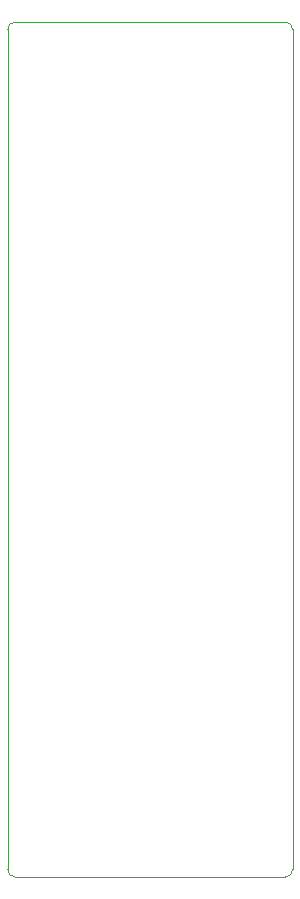
<source format=gm1>
G04 #@! TF.GenerationSoftware,KiCad,Pcbnew,6.0.9-8da3e8f707~116~ubuntu20.04.1*
G04 #@! TF.CreationDate,2023-03-08T00:07:42+01:00*
G04 #@! TF.ProjectId,clocks_pmod,636c6f63-6b73-45f7-906d-6f642e6b6963,rev?*
G04 #@! TF.SameCoordinates,Original*
G04 #@! TF.FileFunction,Profile,NP*
%FSLAX46Y46*%
G04 Gerber Fmt 4.6, Leading zero omitted, Abs format (unit mm)*
G04 Created by KiCad (PCBNEW 6.0.9-8da3e8f707~116~ubuntu20.04.1) date 2023-03-08 00:07:42*
%MOMM*%
%LPD*%
G01*
G04 APERTURE LIST*
G04 #@! TA.AperFunction,Profile*
%ADD10C,0.100000*%
G04 #@! TD*
G04 APERTURE END LIST*
D10*
X101600000Y-139065000D02*
X101600000Y-67945000D01*
X78105000Y-67310000D02*
G75*
G03*
X77470000Y-67945000I0J-635000D01*
G01*
X77470000Y-67945000D02*
X77470000Y-139065000D01*
X100965000Y-67310000D02*
X78105000Y-67310000D01*
X78105000Y-139700000D02*
X100965000Y-139700000D01*
X101600000Y-67945000D02*
G75*
G03*
X100965000Y-67310000I-635000J0D01*
G01*
X77470000Y-139065000D02*
G75*
G03*
X78105000Y-139700000I635000J0D01*
G01*
X100965000Y-139700000D02*
G75*
G03*
X101600000Y-139065000I0J635000D01*
G01*
M02*

</source>
